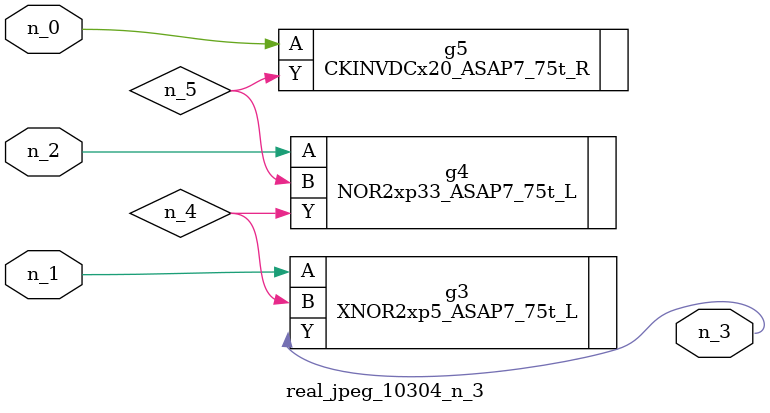
<source format=v>
module real_jpeg_10304_n_3 (n_1, n_0, n_2, n_3);

input n_1;
input n_0;
input n_2;

output n_3;

wire n_5;
wire n_4;

CKINVDCx20_ASAP7_75t_R g5 ( 
.A(n_0),
.Y(n_5)
);

XNOR2xp5_ASAP7_75t_L g3 ( 
.A(n_1),
.B(n_4),
.Y(n_3)
);

NOR2xp33_ASAP7_75t_L g4 ( 
.A(n_2),
.B(n_5),
.Y(n_4)
);


endmodule
</source>
